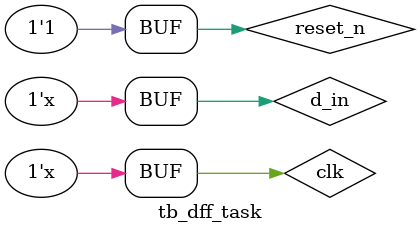
<source format=v>
`timescale 1ns / 1ps


module tb_dff_task();
reg d_in,clk,reset_n;
wire q_out;

d_ff_task DUT(d_in,clk,reset_n,q_out);
                    always #5 clk=~clk;
                    always #10 d_in=~d_in;
                    
                    initial begin
                    clk=0; reset_n=0;d_in=0;
                    #10 reset_n=1;
                    end
endmodule

</source>
